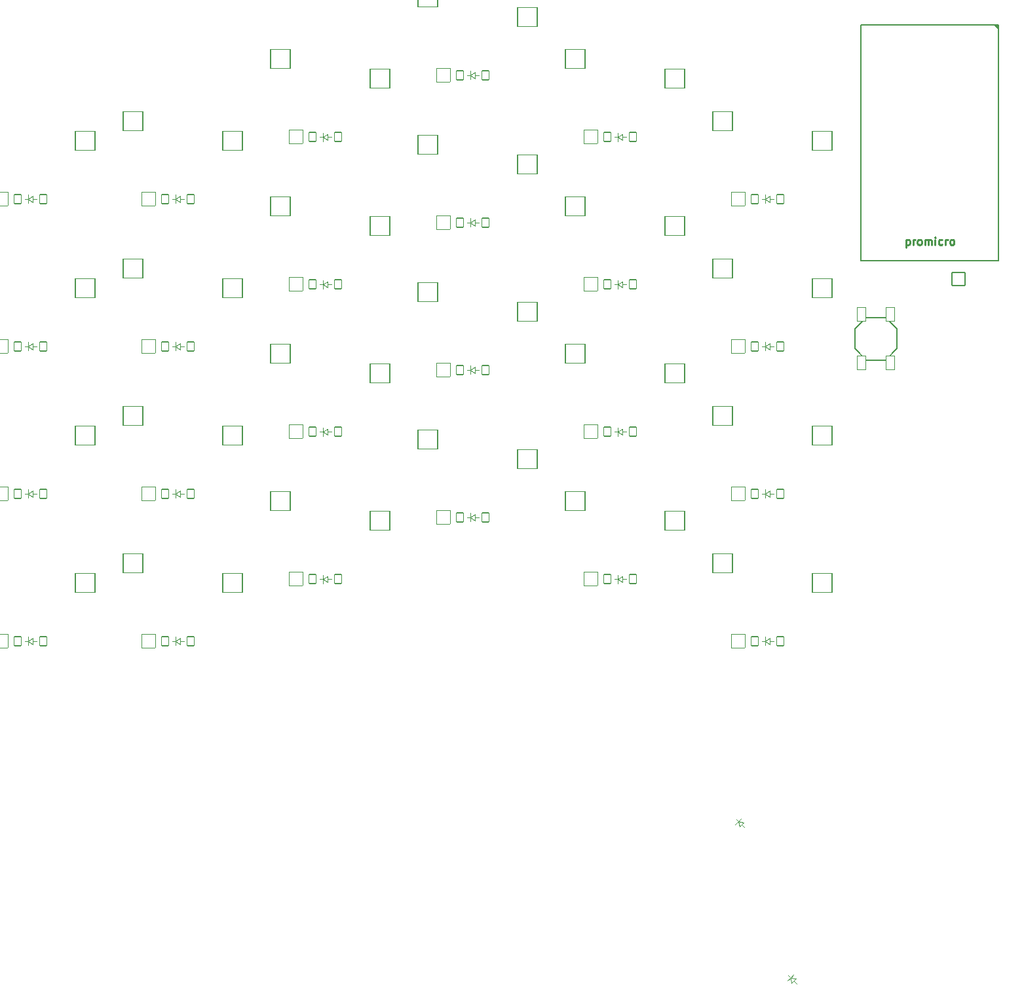
<source format=gbr>
%TF.GenerationSoftware,KiCad,Pcbnew,9.0.3-1.fc42*%
%TF.CreationDate,2025-07-31T15:34:24-03:00*%
%TF.ProjectId,main_pcb,6d61696e-5f70-4636-922e-6b696361645f,v1.0.0*%
%TF.SameCoordinates,Original*%
%TF.FileFunction,Legend,Top*%
%TF.FilePolarity,Positive*%
%FSLAX46Y46*%
G04 Gerber Fmt 4.6, Leading zero omitted, Abs format (unit mm)*
G04 Created by KiCad (PCBNEW 9.0.3-1.fc42) date 2025-07-31 15:34:24*
%MOMM*%
%LPD*%
G01*
G04 APERTURE LIST*
G04 Aperture macros list*
%AMRoundRect*
0 Rectangle with rounded corners*
0 $1 Rounding radius*
0 $2 $3 $4 $5 $6 $7 $8 $9 X,Y pos of 4 corners*
0 Add a 4 corners polygon primitive as box body*
4,1,4,$2,$3,$4,$5,$6,$7,$8,$9,$2,$3,0*
0 Add four circle primitives for the rounded corners*
1,1,$1+$1,$2,$3*
1,1,$1+$1,$4,$5*
1,1,$1+$1,$6,$7*
1,1,$1+$1,$8,$9*
0 Add four rect primitives between the rounded corners*
20,1,$1+$1,$2,$3,$4,$5,0*
20,1,$1+$1,$4,$5,$6,$7,0*
20,1,$1+$1,$6,$7,$8,$9,0*
20,1,$1+$1,$8,$9,$2,$3,0*%
%AMFreePoly0*
4,1,16,0.535355,0.785355,0.541603,0.777735,1.041603,0.027735,1.049029,-0.009806,1.041603,-0.027735,0.541603,-0.777735,0.509806,-0.799029,0.500000,-0.800000,-0.500000,-0.800000,-0.535355,-0.785355,-0.550000,-0.750000,-0.550000,0.750000,-0.535355,0.785355,-0.500000,0.800000,0.500000,0.800000,0.535355,0.785355,0.535355,0.785355,$1*%
%AMFreePoly1*
4,1,16,0.535355,0.785355,0.550000,0.750000,0.550000,-0.750000,0.535355,-0.785355,0.500000,-0.800000,-0.650000,-0.800000,-0.685355,-0.785355,-0.700000,-0.750000,-0.691603,-0.722265,-0.210093,0.000000,-0.691603,0.722265,-0.699029,0.759806,-0.677735,0.791603,-0.650000,0.800000,0.500000,0.800000,0.535355,0.785355,0.535355,0.785355,$1*%
G04 Aperture macros list end*
%ADD10C,0.250000*%
%ADD11C,0.150000*%
%ADD12C,0.100000*%
%ADD13C,0.200000*%
%ADD14RoundRect,0.050000X0.550000X-0.900000X0.550000X0.900000X-0.550000X0.900000X-0.550000X-0.900000X0*%
%ADD15RoundRect,0.050000X-0.889000X-0.889000X0.889000X-0.889000X0.889000X0.889000X-0.889000X0.889000X0*%
%ADD16RoundRect,0.050000X-0.450000X-0.600000X0.450000X-0.600000X0.450000X0.600000X-0.450000X0.600000X0*%
%ADD17C,2.005000*%
%ADD18C,1.801800*%
%ADD19C,3.100000*%
%ADD20C,4.087800*%
%ADD21RoundRect,0.050000X-1.785445X0.017678X0.017678X-1.785445X1.785445X-0.017678X-0.017678X1.785445X0*%
%ADD22RoundRect,0.050000X-1.275000X-1.250000X1.275000X-1.250000X1.275000X1.250000X-1.275000X1.250000X0*%
%ADD23C,1.852600*%
%ADD24FreePoly0,0.000000*%
%ADD25FreePoly1,0.000000*%
%ADD26FreePoly1,180.000000*%
%ADD27FreePoly0,180.000000*%
%ADD28C,0.900000*%
%ADD29RoundRect,0.050000X-1.257236X0.000000X0.000000X-1.257236X1.257236X0.000000X0.000000X1.257236X0*%
%ADD30RoundRect,0.050000X-0.742462X-0.106066X-0.106066X-0.742462X0.742462X0.106066X0.106066X0.742462X0*%
%ADD31C,1.600000*%
%ADD32O,2.300000X1.700000*%
%ADD33C,0.800000*%
%ADD34C,4.500000*%
%ADD35RoundRect,0.050000X-0.850000X-0.850000X0.850000X-0.850000X0.850000X0.850000X-0.850000X0.850000X0*%
%ADD36O,1.800000X1.800000*%
G04 APERTURE END LIST*
D10*
X263148571Y-103102952D02*
X263148571Y-104102952D01*
X263148571Y-103150571D02*
X263243809Y-103102952D01*
X263243809Y-103102952D02*
X263434285Y-103102952D01*
X263434285Y-103102952D02*
X263529523Y-103150571D01*
X263529523Y-103150571D02*
X263577142Y-103198190D01*
X263577142Y-103198190D02*
X263624761Y-103293428D01*
X263624761Y-103293428D02*
X263624761Y-103579142D01*
X263624761Y-103579142D02*
X263577142Y-103674380D01*
X263577142Y-103674380D02*
X263529523Y-103722000D01*
X263529523Y-103722000D02*
X263434285Y-103769619D01*
X263434285Y-103769619D02*
X263243809Y-103769619D01*
X263243809Y-103769619D02*
X263148571Y-103722000D01*
X264053333Y-103769619D02*
X264053333Y-103102952D01*
X264053333Y-103293428D02*
X264100952Y-103198190D01*
X264100952Y-103198190D02*
X264148571Y-103150571D01*
X264148571Y-103150571D02*
X264243809Y-103102952D01*
X264243809Y-103102952D02*
X264339047Y-103102952D01*
X264815238Y-103769619D02*
X264720000Y-103722000D01*
X264720000Y-103722000D02*
X264672381Y-103674380D01*
X264672381Y-103674380D02*
X264624762Y-103579142D01*
X264624762Y-103579142D02*
X264624762Y-103293428D01*
X264624762Y-103293428D02*
X264672381Y-103198190D01*
X264672381Y-103198190D02*
X264720000Y-103150571D01*
X264720000Y-103150571D02*
X264815238Y-103102952D01*
X264815238Y-103102952D02*
X264958095Y-103102952D01*
X264958095Y-103102952D02*
X265053333Y-103150571D01*
X265053333Y-103150571D02*
X265100952Y-103198190D01*
X265100952Y-103198190D02*
X265148571Y-103293428D01*
X265148571Y-103293428D02*
X265148571Y-103579142D01*
X265148571Y-103579142D02*
X265100952Y-103674380D01*
X265100952Y-103674380D02*
X265053333Y-103722000D01*
X265053333Y-103722000D02*
X264958095Y-103769619D01*
X264958095Y-103769619D02*
X264815238Y-103769619D01*
X265577143Y-103769619D02*
X265577143Y-103102952D01*
X265577143Y-103198190D02*
X265624762Y-103150571D01*
X265624762Y-103150571D02*
X265720000Y-103102952D01*
X265720000Y-103102952D02*
X265862857Y-103102952D01*
X265862857Y-103102952D02*
X265958095Y-103150571D01*
X265958095Y-103150571D02*
X266005714Y-103245809D01*
X266005714Y-103245809D02*
X266005714Y-103769619D01*
X266005714Y-103245809D02*
X266053333Y-103150571D01*
X266053333Y-103150571D02*
X266148571Y-103102952D01*
X266148571Y-103102952D02*
X266291428Y-103102952D01*
X266291428Y-103102952D02*
X266386667Y-103150571D01*
X266386667Y-103150571D02*
X266434286Y-103245809D01*
X266434286Y-103245809D02*
X266434286Y-103769619D01*
X266910476Y-103769619D02*
X266910476Y-103102952D01*
X266910476Y-102769619D02*
X266862857Y-102817238D01*
X266862857Y-102817238D02*
X266910476Y-102864857D01*
X266910476Y-102864857D02*
X266958095Y-102817238D01*
X266958095Y-102817238D02*
X266910476Y-102769619D01*
X266910476Y-102769619D02*
X266910476Y-102864857D01*
X267815237Y-103722000D02*
X267719999Y-103769619D01*
X267719999Y-103769619D02*
X267529523Y-103769619D01*
X267529523Y-103769619D02*
X267434285Y-103722000D01*
X267434285Y-103722000D02*
X267386666Y-103674380D01*
X267386666Y-103674380D02*
X267339047Y-103579142D01*
X267339047Y-103579142D02*
X267339047Y-103293428D01*
X267339047Y-103293428D02*
X267386666Y-103198190D01*
X267386666Y-103198190D02*
X267434285Y-103150571D01*
X267434285Y-103150571D02*
X267529523Y-103102952D01*
X267529523Y-103102952D02*
X267719999Y-103102952D01*
X267719999Y-103102952D02*
X267815237Y-103150571D01*
X268243809Y-103769619D02*
X268243809Y-103102952D01*
X268243809Y-103293428D02*
X268291428Y-103198190D01*
X268291428Y-103198190D02*
X268339047Y-103150571D01*
X268339047Y-103150571D02*
X268434285Y-103102952D01*
X268434285Y-103102952D02*
X268529523Y-103102952D01*
X269005714Y-103769619D02*
X268910476Y-103722000D01*
X268910476Y-103722000D02*
X268862857Y-103674380D01*
X268862857Y-103674380D02*
X268815238Y-103579142D01*
X268815238Y-103579142D02*
X268815238Y-103293428D01*
X268815238Y-103293428D02*
X268862857Y-103198190D01*
X268862857Y-103198190D02*
X268910476Y-103150571D01*
X268910476Y-103150571D02*
X269005714Y-103102952D01*
X269005714Y-103102952D02*
X269148571Y-103102952D01*
X269148571Y-103102952D02*
X269243809Y-103150571D01*
X269243809Y-103150571D02*
X269291428Y-103198190D01*
X269291428Y-103198190D02*
X269339047Y-103293428D01*
X269339047Y-103293428D02*
X269339047Y-103579142D01*
X269339047Y-103579142D02*
X269291428Y-103674380D01*
X269291428Y-103674380D02*
X269243809Y-103722000D01*
X269243809Y-103722000D02*
X269148571Y-103769619D01*
X269148571Y-103769619D02*
X269005714Y-103769619D01*
D11*
%TO.C,B1*%
X256500000Y-117150000D02*
X256500000Y-114650000D01*
X258000000Y-113150000D02*
X256500000Y-114650000D01*
X258000000Y-113150000D02*
X260500000Y-113150000D01*
X258000000Y-118650000D02*
X256500000Y-117150000D01*
X258000000Y-118650000D02*
X260500000Y-118650000D01*
X260500000Y-113150000D02*
X262000000Y-114650000D01*
X260500000Y-118650000D02*
X262000000Y-117150000D01*
X262000000Y-117150000D02*
X262000000Y-114650000D01*
D12*
%TO.C,D9*%
X187350000Y-147000000D02*
X187750000Y-147000000D01*
X187750000Y-147000000D02*
X187750000Y-146450000D01*
X187750000Y-147000000D02*
X187750000Y-147550000D01*
X187750000Y-147000000D02*
X188350000Y-146600000D01*
X188350000Y-146600000D02*
X188350000Y-147400000D01*
X188350000Y-147000000D02*
X188850000Y-147000000D01*
X188350000Y-147400000D02*
X187750000Y-147000000D01*
%TO.C,D4*%
X149250000Y-97850000D02*
X149650000Y-97850000D01*
X149650000Y-97850000D02*
X149650000Y-97300000D01*
X149650000Y-97850000D02*
X149650000Y-98400000D01*
X149650000Y-97850000D02*
X150250000Y-97450000D01*
X150250000Y-97450000D02*
X150250000Y-98250000D01*
X150250000Y-97850000D02*
X150750000Y-97850000D01*
X150250000Y-98250000D02*
X149650000Y-97850000D01*
%TO.C,D24*%
X244500000Y-97850000D02*
X244900000Y-97850000D01*
X244900000Y-97850000D02*
X244900000Y-97300000D01*
X244900000Y-97850000D02*
X244900000Y-98400000D01*
X244900000Y-97850000D02*
X245500000Y-97450000D01*
X245500000Y-97450000D02*
X245500000Y-98250000D01*
X245500000Y-97850000D02*
X246000000Y-97850000D01*
X245500000Y-98250000D02*
X244900000Y-97850000D01*
%TO.C,D18*%
X225450000Y-127950000D02*
X225850000Y-127950000D01*
X225850000Y-127950000D02*
X225850000Y-127400000D01*
X225850000Y-127950000D02*
X225850000Y-128500000D01*
X225850000Y-127950000D02*
X226450000Y-127550000D01*
X226450000Y-127550000D02*
X226450000Y-128350000D01*
X226450000Y-127950000D02*
X226950000Y-127950000D01*
X226450000Y-128350000D02*
X225850000Y-127950000D01*
%TO.C,D13*%
X206400000Y-139000000D02*
X206800000Y-139000000D01*
X206800000Y-139000000D02*
X206800000Y-138450000D01*
X206800000Y-139000000D02*
X206800000Y-139550000D01*
X206800000Y-139000000D02*
X207400000Y-138600000D01*
X207400000Y-138600000D02*
X207400000Y-139400000D01*
X207400000Y-139000000D02*
X207900000Y-139000000D01*
X207400000Y-139400000D02*
X206800000Y-139000000D01*
%TO.C,MCU1*%
X275110000Y-75965000D02*
X274475001Y-75330001D01*
X275109999Y-75330001D01*
X275110000Y-75965000D01*
G36*
X275110000Y-75965000D02*
G01*
X274475001Y-75330001D01*
X275109999Y-75330001D01*
X275110000Y-75965000D01*
G37*
D13*
X275109995Y-75325003D02*
X275110000Y-105815000D01*
X257330005Y-105814997D01*
X257330000Y-75325000D01*
X275109995Y-75325003D01*
D12*
%TO.C,D22*%
X244500000Y-135950000D02*
X244900000Y-135950000D01*
X244900000Y-135950000D02*
X244900000Y-135400000D01*
X244900000Y-135950000D02*
X244900000Y-136500000D01*
X244900000Y-135950000D02*
X245500000Y-135550000D01*
X245500000Y-135550000D02*
X245500000Y-136350000D01*
X245500000Y-135950000D02*
X246000000Y-135950000D01*
X245500000Y-136350000D02*
X244900000Y-135950000D01*
%TO.C,D5*%
X168300000Y-155000000D02*
X168700000Y-155000000D01*
X168700000Y-155000000D02*
X168700000Y-154450000D01*
X168700000Y-155000000D02*
X168700000Y-155550000D01*
X168700000Y-155000000D02*
X169300000Y-154600000D01*
X169300000Y-154600000D02*
X169300000Y-155400000D01*
X169300000Y-155000000D02*
X169800000Y-155000000D01*
X169300000Y-155400000D02*
X168700000Y-155000000D01*
%TO.C,D25*%
X241184170Y-178005170D02*
X241467013Y-178288013D01*
X241467013Y-178288013D02*
X241078104Y-178676921D01*
X241467013Y-178288013D02*
X241855921Y-177899104D01*
X241467013Y-178288013D02*
X242174119Y-178429434D01*
X241608434Y-178995119D02*
X241467013Y-178288013D01*
X241891277Y-178712277D02*
X242244830Y-179065830D01*
X242174119Y-178429434D02*
X241608434Y-178995119D01*
%TO.C,D11*%
X187350000Y-108900000D02*
X187750000Y-108900000D01*
X187750000Y-108900000D02*
X187750000Y-108350000D01*
X187750000Y-108900000D02*
X187750000Y-109450000D01*
X187750000Y-108900000D02*
X188350000Y-108500000D01*
X188350000Y-108500000D02*
X188350000Y-109300000D01*
X188350000Y-108900000D02*
X188850000Y-108900000D01*
X188350000Y-109300000D02*
X187750000Y-108900000D01*
%TO.C,D1*%
X149250000Y-155000000D02*
X149650000Y-155000000D01*
X149650000Y-155000000D02*
X149650000Y-154450000D01*
X149650000Y-155000000D02*
X149650000Y-155550000D01*
X149650000Y-155000000D02*
X150250000Y-154600000D01*
X150250000Y-154600000D02*
X150250000Y-155400000D01*
X150250000Y-155000000D02*
X150750000Y-155000000D01*
X150250000Y-155400000D02*
X149650000Y-155000000D01*
%TO.C,D20*%
X225450000Y-89850000D02*
X225850000Y-89850000D01*
X225850000Y-89850000D02*
X225850000Y-89300000D01*
X225850000Y-89850000D02*
X225850000Y-90400000D01*
X225850000Y-89850000D02*
X226450000Y-89450000D01*
X226450000Y-89450000D02*
X226450000Y-90250000D01*
X226450000Y-89850000D02*
X226950000Y-89850000D01*
X226450000Y-90250000D02*
X225850000Y-89850000D01*
%TO.C,D19*%
X225450000Y-108900000D02*
X225850000Y-108900000D01*
X225850000Y-108900000D02*
X225850000Y-108350000D01*
X225850000Y-108900000D02*
X225850000Y-109450000D01*
X225850000Y-108900000D02*
X226450000Y-108500000D01*
X226450000Y-108500000D02*
X226450000Y-109300000D01*
X226450000Y-108900000D02*
X226950000Y-108900000D01*
X226450000Y-109300000D02*
X225850000Y-108900000D01*
%TO.C,D14*%
X206400000Y-119950000D02*
X206800000Y-119950000D01*
X206800000Y-119950000D02*
X206800000Y-119400000D01*
X206800000Y-119950000D02*
X206800000Y-120500000D01*
X206800000Y-119950000D02*
X207400000Y-119550000D01*
X207400000Y-119550000D02*
X207400000Y-120350000D01*
X207400000Y-119950000D02*
X207900000Y-119950000D01*
X207400000Y-120350000D02*
X206800000Y-119950000D01*
%TO.C,D17*%
X225450000Y-147000000D02*
X225850000Y-147000000D01*
X225850000Y-147000000D02*
X225850000Y-146450000D01*
X225850000Y-147000000D02*
X225850000Y-147550000D01*
X225850000Y-147000000D02*
X226450000Y-146600000D01*
X226450000Y-146600000D02*
X226450000Y-147400000D01*
X226450000Y-147000000D02*
X226950000Y-147000000D01*
X226450000Y-147400000D02*
X225850000Y-147000000D01*
%TO.C,D7*%
X168300000Y-116900000D02*
X168700000Y-116900000D01*
X168700000Y-116900000D02*
X168700000Y-116350000D01*
X168700000Y-116900000D02*
X168700000Y-117450000D01*
X168700000Y-116900000D02*
X169300000Y-116500000D01*
X169300000Y-116500000D02*
X169300000Y-117300000D01*
X169300000Y-116900000D02*
X169800000Y-116900000D01*
X169300000Y-117300000D02*
X168700000Y-116900000D01*
%TO.C,D12*%
X187350000Y-89850000D02*
X187750000Y-89850000D01*
X187750000Y-89850000D02*
X187750000Y-89300000D01*
X187750000Y-89850000D02*
X187750000Y-90400000D01*
X187750000Y-89850000D02*
X188350000Y-89450000D01*
X188350000Y-89450000D02*
X188350000Y-90250000D01*
X188350000Y-89850000D02*
X188850000Y-89850000D01*
X188350000Y-90250000D02*
X187750000Y-89850000D01*
%TO.C,D26*%
X247919370Y-198210770D02*
X248202213Y-198493613D01*
X248202213Y-198493613D02*
X247813304Y-198882521D01*
X248202213Y-198493613D02*
X248591121Y-198104704D01*
X248202213Y-198493613D02*
X248909319Y-198635034D01*
X248343634Y-199200719D02*
X248202213Y-198493613D01*
X248626477Y-198917877D02*
X248980030Y-199271430D01*
X248909319Y-198635034D02*
X248343634Y-199200719D01*
%TO.C,D16*%
X206400000Y-81850000D02*
X206800000Y-81850000D01*
X206800000Y-81850000D02*
X206800000Y-81300000D01*
X206800000Y-81850000D02*
X206800000Y-82400000D01*
X206800000Y-81850000D02*
X207400000Y-81450000D01*
X207400000Y-81450000D02*
X207400000Y-82250000D01*
X207400000Y-81850000D02*
X207900000Y-81850000D01*
X207400000Y-82250000D02*
X206800000Y-81850000D01*
%TO.C,D10*%
X187350000Y-127950000D02*
X187750000Y-127950000D01*
X187750000Y-127950000D02*
X187750000Y-127400000D01*
X187750000Y-127950000D02*
X187750000Y-128500000D01*
X187750000Y-127950000D02*
X188350000Y-127550000D01*
X188350000Y-127550000D02*
X188350000Y-128350000D01*
X188350000Y-127950000D02*
X188850000Y-127950000D01*
X188350000Y-128350000D02*
X187750000Y-127950000D01*
%TO.C,D6*%
X168300000Y-135950000D02*
X168700000Y-135950000D01*
X168700000Y-135950000D02*
X168700000Y-135400000D01*
X168700000Y-135950000D02*
X168700000Y-136500000D01*
X168700000Y-135950000D02*
X169300000Y-135550000D01*
X169300000Y-135550000D02*
X169300000Y-136350000D01*
X169300000Y-135950000D02*
X169800000Y-135950000D01*
X169300000Y-136350000D02*
X168700000Y-135950000D01*
%TO.C,D3*%
X149250000Y-116900000D02*
X149650000Y-116900000D01*
X149650000Y-116900000D02*
X149650000Y-116350000D01*
X149650000Y-116900000D02*
X149650000Y-117450000D01*
X149650000Y-116900000D02*
X150250000Y-116500000D01*
X150250000Y-116500000D02*
X150250000Y-117300000D01*
X150250000Y-116900000D02*
X150750000Y-116900000D01*
X150250000Y-117300000D02*
X149650000Y-116900000D01*
%TO.C,D2*%
X149250000Y-135950000D02*
X149650000Y-135950000D01*
X149650000Y-135950000D02*
X149650000Y-135400000D01*
X149650000Y-135950000D02*
X149650000Y-136500000D01*
X149650000Y-135950000D02*
X150250000Y-135550000D01*
X150250000Y-135550000D02*
X150250000Y-136350000D01*
X150250000Y-135950000D02*
X150750000Y-135950000D01*
X150250000Y-136350000D02*
X149650000Y-135950000D01*
%TO.C,D21*%
X244500000Y-155000000D02*
X244900000Y-155000000D01*
X244900000Y-155000000D02*
X244900000Y-154450000D01*
X244900000Y-155000000D02*
X244900000Y-155550000D01*
X244900000Y-155000000D02*
X245500000Y-154600000D01*
X245500000Y-154600000D02*
X245500000Y-155400000D01*
X245500000Y-155000000D02*
X246000000Y-155000000D01*
X245500000Y-155400000D02*
X244900000Y-155000000D01*
%TO.C,D23*%
X244500000Y-116900000D02*
X244900000Y-116900000D01*
X244900000Y-116900000D02*
X244900000Y-116350000D01*
X244900000Y-116900000D02*
X244900000Y-117450000D01*
X244900000Y-116900000D02*
X245500000Y-116500000D01*
X245500000Y-116500000D02*
X245500000Y-117300000D01*
X245500000Y-116900000D02*
X246000000Y-116900000D01*
X245500000Y-117300000D02*
X244900000Y-116900000D01*
%TO.C,D8*%
X168300000Y-97850000D02*
X168700000Y-97850000D01*
X168700000Y-97850000D02*
X168700000Y-97300000D01*
X168700000Y-97850000D02*
X168700000Y-98400000D01*
X168700000Y-97850000D02*
X169300000Y-97450000D01*
X169300000Y-97450000D02*
X169300000Y-98250000D01*
X169300000Y-97850000D02*
X169800000Y-97850000D01*
X169300000Y-98250000D02*
X168700000Y-97850000D01*
%TO.C,D15*%
X206400000Y-100900000D02*
X206800000Y-100900000D01*
X206800000Y-100900000D02*
X206800000Y-100350000D01*
X206800000Y-100900000D02*
X206800000Y-101450000D01*
X206800000Y-100900000D02*
X207400000Y-100500000D01*
X207400000Y-100500000D02*
X207400000Y-101300000D01*
X207400000Y-100900000D02*
X207900000Y-100900000D01*
X207400000Y-101300000D02*
X206800000Y-100900000D01*
%TD*%
%LPC*%
D14*
%TO.C,B1*%
X257400000Y-119000000D03*
X257400000Y-112800000D03*
X261100000Y-119000000D03*
X261100000Y-112800000D03*
%TD*%
D15*
%TO.C,D9*%
X184290000Y-147000000D03*
D16*
X186450000Y-147000000D03*
X189750000Y-147000000D03*
D17*
X191910000Y-147000000D03*
%TD*%
D15*
%TO.C,D4*%
X146190000Y-97850000D03*
D16*
X148350000Y-97850000D03*
X151650000Y-97850000D03*
D17*
X153810000Y-97850000D03*
%TD*%
D15*
%TO.C,D24*%
X241440000Y-97850000D03*
D16*
X243600000Y-97850000D03*
X246900000Y-97850000D03*
D17*
X249060000Y-97850000D03*
%TD*%
D15*
%TO.C,D18*%
X222390000Y-127950000D03*
D16*
X224550000Y-127950000D03*
X227850000Y-127950000D03*
D17*
X230010000Y-127950000D03*
%TD*%
D15*
%TO.C,D13*%
X203340000Y-139000000D03*
D16*
X205500000Y-139000000D03*
X208800000Y-139000000D03*
D17*
X210960000Y-139000000D03*
%TD*%
D18*
%TO.C,S26*%
X248393098Y-191613498D03*
D19*
X251087174Y-190715472D03*
X253781251Y-189817446D03*
D20*
X251985200Y-195205600D03*
D19*
X257373354Y-193409549D03*
X256475328Y-196103626D03*
D18*
X255577302Y-198797702D03*
D21*
X258791103Y-198419400D03*
X251446385Y-187482580D03*
%TD*%
D18*
%TO.C,S22*%
X240170000Y-130950000D03*
D19*
X241440000Y-128410000D03*
X242710000Y-125870000D03*
D20*
X245250000Y-130950000D03*
D19*
X247790000Y-125870000D03*
X249060000Y-128410000D03*
D18*
X250330000Y-130950000D03*
D22*
X252335000Y-128410000D03*
X239408000Y-125870000D03*
%TD*%
D18*
%TO.C,S12*%
X183020000Y-84850000D03*
D19*
X184290000Y-82310000D03*
X185560000Y-79770000D03*
D20*
X188100000Y-84850000D03*
D19*
X190640000Y-79770000D03*
X191910000Y-82310000D03*
D18*
X193180000Y-84850000D03*
D22*
X195185000Y-82310000D03*
X182258000Y-79770000D03*
%TD*%
D18*
%TO.C,S11*%
X183020000Y-103900000D03*
D19*
X184290000Y-101360000D03*
X185560000Y-98820000D03*
D20*
X188100000Y-103900000D03*
D19*
X190640000Y-98820000D03*
X191910000Y-101360000D03*
D18*
X193180000Y-103900000D03*
D22*
X195185000Y-101360000D03*
X182258000Y-98820000D03*
%TD*%
D23*
%TO.C,MCU1*%
X258599997Y-86759999D03*
X258599999Y-79140001D03*
X258599999Y-91840001D03*
X258599999Y-96919999D03*
X258599999Y-99459995D03*
X258600000Y-94380000D03*
X258600000Y-102000000D03*
X258600001Y-81679999D03*
X258600001Y-84220001D03*
X258600001Y-89300000D03*
X258600008Y-104539999D03*
X258600015Y-76600002D03*
D24*
X260504999Y-76600000D03*
X260504999Y-94380001D03*
X260504999Y-99459997D03*
X260504999Y-104540003D03*
X260505000Y-79140001D03*
X260505000Y-81680000D03*
X260505000Y-84219999D03*
X260505000Y-102000000D03*
X260505001Y-86760000D03*
X260505001Y-91839999D03*
X260505003Y-89300001D03*
X260505003Y-96920001D03*
D25*
X261954993Y-94380000D03*
X261954994Y-81680002D03*
X261954995Y-99460000D03*
X261954995Y-104539999D03*
X261954996Y-76600000D03*
X261954996Y-84220000D03*
X261954996Y-91840000D03*
X261954996Y-96920000D03*
X261954996Y-101999999D03*
X261954997Y-79140001D03*
X261954997Y-89300000D03*
X261954998Y-86760008D03*
D26*
X270484993Y-91839986D03*
X270484994Y-79139999D03*
X270484994Y-84219999D03*
X270484994Y-89300007D03*
X270484994Y-96920000D03*
X270484994Y-99460000D03*
X270484994Y-104540000D03*
X270484995Y-76600000D03*
X270484995Y-81680001D03*
X270484995Y-101999999D03*
X270484996Y-94380000D03*
X270485001Y-86760000D03*
D27*
X271934997Y-84219999D03*
X271934997Y-91839999D03*
X271934999Y-89300001D03*
X271934999Y-94380000D03*
X271935000Y-79140000D03*
X271935000Y-96920001D03*
X271935000Y-99460000D03*
X271935000Y-101999999D03*
X271935001Y-76599997D03*
X271935001Y-81680003D03*
X271935001Y-86759999D03*
X271935001Y-104540000D03*
D23*
X273839985Y-104539998D03*
X273839992Y-76600001D03*
X273839999Y-91840000D03*
X273839999Y-96919999D03*
X273839999Y-99460001D03*
X273840000Y-79140000D03*
X273840000Y-86760000D03*
X273840001Y-81680005D03*
X273840001Y-84220001D03*
X273840001Y-89299999D03*
X273840001Y-101999999D03*
X273840003Y-94380001D03*
D28*
X268840000Y-76599999D03*
X263599997Y-81680004D03*
X263600000Y-84219999D03*
X268840003Y-79140004D03*
X263600001Y-79139999D03*
X263600000Y-76600000D03*
X263599999Y-86760000D03*
X263599999Y-89300001D03*
X263600000Y-91840000D03*
X263600001Y-94379999D03*
X263600001Y-96920000D03*
X263600001Y-99459999D03*
X263599997Y-101999996D03*
X263600000Y-104540001D03*
X268840000Y-104540000D03*
X268840003Y-99459996D03*
X268840000Y-96920001D03*
X268839999Y-102000001D03*
X268840001Y-94380000D03*
X268840001Y-91839999D03*
X268840000Y-89300000D03*
X268839999Y-86760001D03*
X268839999Y-81680001D03*
X268839999Y-84220000D03*
%TD*%
D18*
%TO.C,S9*%
X183020000Y-142000000D03*
D19*
X184290000Y-139460000D03*
X185560000Y-136920000D03*
D20*
X188100000Y-142000000D03*
D19*
X190640000Y-136920000D03*
X191910000Y-139460000D03*
D18*
X193180000Y-142000000D03*
D22*
X195185000Y-139460000D03*
X182258000Y-136920000D03*
%TD*%
D15*
%TO.C,D22*%
X241440000Y-135950000D03*
D16*
X243600000Y-135950000D03*
X246900000Y-135950000D03*
D17*
X249060000Y-135950000D03*
%TD*%
D15*
%TO.C,D5*%
X165240000Y-155000000D03*
D16*
X167400000Y-155000000D03*
X170700000Y-155000000D03*
D17*
X172860000Y-155000000D03*
%TD*%
D18*
%TO.C,S4*%
X144920000Y-92850000D03*
D19*
X146190000Y-90310000D03*
X147460000Y-87770000D03*
D20*
X150000000Y-92850000D03*
D19*
X152540000Y-87770000D03*
X153810000Y-90310000D03*
D18*
X155080000Y-92850000D03*
D22*
X157085000Y-90310000D03*
X144158000Y-87770000D03*
%TD*%
D18*
%TO.C,S20*%
X221120000Y-84850000D03*
D19*
X222390000Y-82310000D03*
X223660000Y-79770000D03*
D20*
X226200000Y-84850000D03*
D19*
X228740000Y-79770000D03*
X230010000Y-82310000D03*
D18*
X231280000Y-84850000D03*
D22*
X233285000Y-82310000D03*
X220358000Y-79770000D03*
%TD*%
D18*
%TO.C,S15*%
X202070000Y-95900000D03*
D19*
X203340000Y-93360000D03*
X204610000Y-90820000D03*
D20*
X207150000Y-95900000D03*
D19*
X209690000Y-90820000D03*
X210960000Y-93360000D03*
D18*
X212230000Y-95900000D03*
D22*
X214235000Y-93360000D03*
X201308000Y-90820000D03*
%TD*%
D29*
%TO.C,D25*%
X239020423Y-175841423D03*
D30*
X240547774Y-177368774D03*
X242881226Y-179702226D03*
D17*
X244408577Y-181229577D03*
%TD*%
D15*
%TO.C,D11*%
X184290000Y-108900000D03*
D16*
X186450000Y-108900000D03*
X189750000Y-108900000D03*
D17*
X191910000Y-108900000D03*
%TD*%
D15*
%TO.C,D1*%
X146190000Y-155000000D03*
D16*
X148350000Y-155000000D03*
X151650000Y-155000000D03*
D17*
X153810000Y-155000000D03*
%TD*%
D15*
%TO.C,D20*%
X222390000Y-89850000D03*
D16*
X224550000Y-89850000D03*
X227850000Y-89850000D03*
D17*
X230010000Y-89850000D03*
%TD*%
D18*
%TO.C,S5*%
X163970000Y-150000000D03*
D19*
X165240000Y-147460000D03*
X166510000Y-144920000D03*
D20*
X169050000Y-150000000D03*
D19*
X171590000Y-144920000D03*
X172860000Y-147460000D03*
D18*
X174130000Y-150000000D03*
D22*
X176135000Y-147460000D03*
X163208000Y-144920000D03*
%TD*%
D15*
%TO.C,D19*%
X222390000Y-108900000D03*
D16*
X224550000Y-108900000D03*
X227850000Y-108900000D03*
D17*
X230010000Y-108900000D03*
%TD*%
D15*
%TO.C,D14*%
X203340000Y-119950000D03*
D16*
X205500000Y-119950000D03*
X208800000Y-119950000D03*
D17*
X210960000Y-119950000D03*
%TD*%
D18*
%TO.C,S8*%
X163970000Y-92850000D03*
D19*
X165240000Y-90310000D03*
X166510000Y-87770000D03*
D20*
X169050000Y-92850000D03*
D19*
X171590000Y-87770000D03*
X172860000Y-90310000D03*
D18*
X174130000Y-92850000D03*
D22*
X176135000Y-90310000D03*
X163208000Y-87770000D03*
%TD*%
D18*
%TO.C,S10*%
X183020000Y-122950000D03*
D19*
X184290000Y-120410000D03*
X185560000Y-117870000D03*
D20*
X188100000Y-122950000D03*
D19*
X190640000Y-117870000D03*
X191910000Y-120410000D03*
D18*
X193180000Y-122950000D03*
D22*
X195185000Y-120410000D03*
X182258000Y-117870000D03*
%TD*%
D15*
%TO.C,D17*%
X222390000Y-147000000D03*
D16*
X224550000Y-147000000D03*
X227850000Y-147000000D03*
D17*
X230010000Y-147000000D03*
%TD*%
D15*
%TO.C,D7*%
X165240000Y-116900000D03*
D16*
X167400000Y-116900000D03*
X170700000Y-116900000D03*
D17*
X172860000Y-116900000D03*
%TD*%
D15*
%TO.C,D12*%
X184290000Y-89850000D03*
D16*
X186450000Y-89850000D03*
X189750000Y-89850000D03*
D17*
X191910000Y-89850000D03*
%TD*%
D29*
%TO.C,D26*%
X245755623Y-196047023D03*
D30*
X247282974Y-197574374D03*
X249616426Y-199907826D03*
D17*
X251143777Y-201435177D03*
%TD*%
D31*
%TO.C,TRRS1*%
X275150000Y-115600000D03*
X268150000Y-115600000D03*
D32*
X265450000Y-113300000D03*
X265450000Y-117900000D03*
X266550000Y-113300000D03*
X266550000Y-117900000D03*
X270550000Y-113300000D03*
X270550000Y-117900000D03*
X273550000Y-113300000D03*
X273550000Y-117900000D03*
%TD*%
D18*
%TO.C,S19*%
X221120000Y-103900000D03*
D19*
X222390000Y-101360000D03*
X223660000Y-98820000D03*
D20*
X226200000Y-103900000D03*
D19*
X228740000Y-98820000D03*
X230010000Y-101360000D03*
D18*
X231280000Y-103900000D03*
D22*
X233285000Y-101360000D03*
X220358000Y-98820000D03*
%TD*%
D15*
%TO.C,D16*%
X203340000Y-81850000D03*
D16*
X205500000Y-81850000D03*
X208800000Y-81850000D03*
D17*
X210960000Y-81850000D03*
%TD*%
D18*
%TO.C,S1*%
X144920000Y-150000000D03*
D19*
X146190000Y-147460000D03*
X147460000Y-144920000D03*
D20*
X150000000Y-150000000D03*
D19*
X152540000Y-144920000D03*
X153810000Y-147460000D03*
D18*
X155080000Y-150000000D03*
D22*
X157085000Y-147460000D03*
X144158000Y-144920000D03*
%TD*%
D18*
%TO.C,S6*%
X163970000Y-130950000D03*
D19*
X165240000Y-128410000D03*
X166510000Y-125870000D03*
D20*
X169050000Y-130950000D03*
D19*
X171590000Y-125870000D03*
X172860000Y-128410000D03*
D18*
X174130000Y-130950000D03*
D22*
X176135000Y-128410000D03*
X163208000Y-125870000D03*
%TD*%
D18*
%TO.C,S7*%
X163970000Y-111900000D03*
D19*
X165240000Y-109360000D03*
X166510000Y-106820000D03*
D20*
X169050000Y-111900000D03*
D19*
X171590000Y-106820000D03*
X172860000Y-109360000D03*
D18*
X174130000Y-111900000D03*
D22*
X176135000Y-109360000D03*
X163208000Y-106820000D03*
%TD*%
D15*
%TO.C,D10*%
X184290000Y-127950000D03*
D16*
X186450000Y-127950000D03*
X189750000Y-127950000D03*
D17*
X191910000Y-127950000D03*
%TD*%
D18*
%TO.C,S16*%
X202070000Y-76850000D03*
D19*
X203340000Y-74310000D03*
X204610000Y-71770000D03*
D20*
X207150000Y-76850000D03*
D19*
X209690000Y-71770000D03*
X210960000Y-74310000D03*
D18*
X212230000Y-76850000D03*
D22*
X214235000Y-74310000D03*
X201308000Y-71770000D03*
%TD*%
D18*
%TO.C,S17*%
X221120000Y-142000000D03*
D19*
X222390000Y-139460000D03*
X223660000Y-136920000D03*
D20*
X226200000Y-142000000D03*
D19*
X228740000Y-136920000D03*
X230010000Y-139460000D03*
D18*
X231280000Y-142000000D03*
D22*
X233285000Y-139460000D03*
X220358000Y-136920000D03*
%TD*%
D18*
%TO.C,S13*%
X202070000Y-134000000D03*
D19*
X203340000Y-131460000D03*
X204610000Y-128920000D03*
D20*
X207150000Y-134000000D03*
D19*
X209690000Y-128920000D03*
X210960000Y-131460000D03*
D18*
X212230000Y-134000000D03*
D22*
X214235000Y-131460000D03*
X201308000Y-128920000D03*
%TD*%
D18*
%TO.C,S18*%
X221120000Y-122950000D03*
D19*
X222390000Y-120410000D03*
X223660000Y-117870000D03*
D20*
X226200000Y-122950000D03*
D19*
X228740000Y-117870000D03*
X230010000Y-120410000D03*
D18*
X231280000Y-122950000D03*
D22*
X233285000Y-120410000D03*
X220358000Y-117870000D03*
%TD*%
D33*
%TO.C,_3*%
X243600000Y-80086500D03*
X244083274Y-78919774D03*
X244083274Y-81253226D03*
X245250000Y-78436500D03*
D34*
X245250000Y-80086500D03*
D33*
X245250000Y-81736500D03*
X246416726Y-78919774D03*
X246416726Y-81253226D03*
X246900000Y-80086500D03*
%TD*%
D15*
%TO.C,D6*%
X165240000Y-135950000D03*
D16*
X167400000Y-135950000D03*
X170700000Y-135950000D03*
D17*
X172860000Y-135950000D03*
%TD*%
D18*
%TO.C,S21*%
X240170000Y-150000000D03*
D19*
X241440000Y-147460000D03*
X242710000Y-144920000D03*
D20*
X245250000Y-150000000D03*
D19*
X247790000Y-144920000D03*
X249060000Y-147460000D03*
D18*
X250330000Y-150000000D03*
D22*
X252335000Y-147460000D03*
X239408000Y-144920000D03*
%TD*%
D15*
%TO.C,D3*%
X146190000Y-116900000D03*
D16*
X148350000Y-116900000D03*
X151650000Y-116900000D03*
D17*
X153810000Y-116900000D03*
%TD*%
D15*
%TO.C,D2*%
X146190000Y-135950000D03*
D16*
X148350000Y-135950000D03*
X151650000Y-135950000D03*
D17*
X153810000Y-135950000D03*
%TD*%
D15*
%TO.C,D21*%
X241440000Y-155000000D03*
D16*
X243600000Y-155000000D03*
X246900000Y-155000000D03*
D17*
X249060000Y-155000000D03*
%TD*%
D18*
%TO.C,S25*%
X241657898Y-171407898D03*
D19*
X244351974Y-170509872D03*
X247046051Y-169611846D03*
D20*
X245250000Y-175000000D03*
D19*
X250638154Y-173203949D03*
X249740128Y-175898026D03*
D18*
X248842102Y-178592102D03*
D21*
X252055903Y-178213800D03*
X244711185Y-167276980D03*
%TD*%
D15*
%TO.C,D23*%
X241440000Y-116900000D03*
D16*
X243600000Y-116900000D03*
X246900000Y-116900000D03*
D17*
X249060000Y-116900000D03*
%TD*%
D18*
%TO.C,S23*%
X240170000Y-111900000D03*
D19*
X241440000Y-109360000D03*
X242710000Y-106820000D03*
D20*
X245250000Y-111900000D03*
D19*
X247790000Y-106820000D03*
X249060000Y-109360000D03*
D18*
X250330000Y-111900000D03*
D22*
X252335000Y-109360000D03*
X239408000Y-106820000D03*
%TD*%
D33*
%TO.C,_4*%
X243600000Y-160858500D03*
X244083274Y-159691774D03*
X244083274Y-162025226D03*
X245250000Y-159208500D03*
D34*
X245250000Y-160858500D03*
D33*
X245250000Y-162508500D03*
X246416726Y-159691774D03*
X246416726Y-162025226D03*
X246900000Y-160858500D03*
%TD*%
D18*
%TO.C,S3*%
X144920000Y-111900000D03*
D19*
X146190000Y-109360000D03*
X147460000Y-106820000D03*
D20*
X150000000Y-111900000D03*
D19*
X152540000Y-106820000D03*
X153810000Y-109360000D03*
D18*
X155080000Y-111900000D03*
D22*
X157085000Y-109360000D03*
X144158000Y-106820000D03*
%TD*%
D33*
%TO.C,_1*%
X157875000Y-102375000D03*
X158358274Y-101208274D03*
X158358274Y-103541726D03*
X159525000Y-100725000D03*
D34*
X159525000Y-102375000D03*
D33*
X159525000Y-104025000D03*
X160691726Y-101208274D03*
X160691726Y-103541726D03*
X161175000Y-102375000D03*
%TD*%
D18*
%TO.C,S14*%
X202070000Y-114950000D03*
D19*
X203340000Y-112410000D03*
X204610000Y-109870000D03*
D20*
X207150000Y-114950000D03*
D19*
X209690000Y-109870000D03*
X210960000Y-112410000D03*
D18*
X212230000Y-114950000D03*
D22*
X214235000Y-112410000D03*
X201308000Y-109870000D03*
%TD*%
D35*
%TO.C,OLED1*%
X269940000Y-108200000D03*
D36*
X267400000Y-108200000D03*
X264860000Y-108200000D03*
X262320000Y-108200000D03*
%TD*%
D18*
%TO.C,S2*%
X144920000Y-130950000D03*
D19*
X146190000Y-128410000D03*
X147460000Y-125870000D03*
D20*
X150000000Y-130950000D03*
D19*
X152540000Y-125870000D03*
X153810000Y-128410000D03*
D18*
X155080000Y-130950000D03*
D22*
X157085000Y-128410000D03*
X144158000Y-125870000D03*
%TD*%
D33*
%TO.C,_2*%
X157875000Y-140475000D03*
X158358274Y-139308274D03*
X158358274Y-141641726D03*
X159525000Y-138825000D03*
D34*
X159525000Y-140475000D03*
D33*
X159525000Y-142125000D03*
X160691726Y-139308274D03*
X160691726Y-141641726D03*
X161175000Y-140475000D03*
%TD*%
D15*
%TO.C,D8*%
X165240000Y-97850000D03*
D16*
X167400000Y-97850000D03*
X170700000Y-97850000D03*
D17*
X172860000Y-97850000D03*
%TD*%
D15*
%TO.C,D15*%
X203340000Y-100900000D03*
D16*
X205500000Y-100900000D03*
X208800000Y-100900000D03*
D17*
X210960000Y-100900000D03*
%TD*%
D18*
%TO.C,S24*%
X240170000Y-92850000D03*
D19*
X241440000Y-90310000D03*
X242710000Y-87770000D03*
D20*
X245250000Y-92850000D03*
D19*
X247790000Y-87770000D03*
X249060000Y-90310000D03*
D18*
X250330000Y-92850000D03*
D22*
X252335000Y-90310000D03*
X239408000Y-87770000D03*
%TD*%
%LPD*%
M02*

</source>
